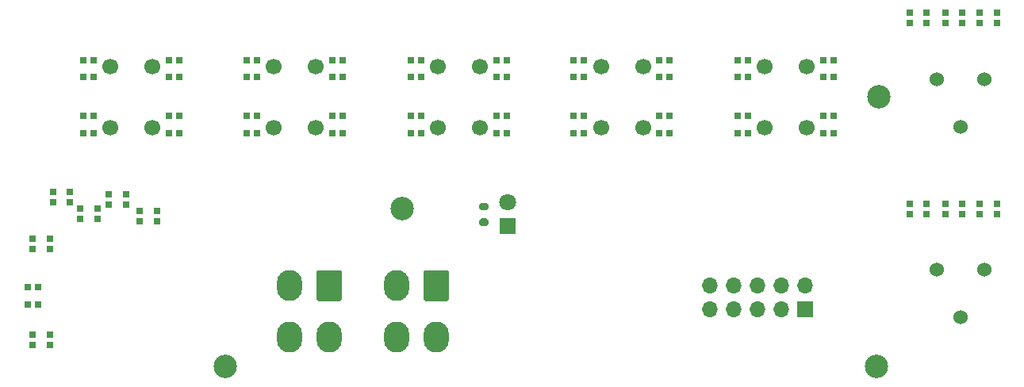
<source format=gbr>
G04 #@! TF.GenerationSoftware,KiCad,Pcbnew,(5.1.9)-1*
G04 #@! TF.CreationDate,2021-09-17T20:53:57-06:00*
G04 #@! TF.ProjectId,RWR_Control_Panel V2,5257525f-436f-46e7-9472-6f6c5f50616e,-*
G04 #@! TF.SameCoordinates,Original*
G04 #@! TF.FileFunction,Soldermask,Top*
G04 #@! TF.FilePolarity,Negative*
%FSLAX46Y46*%
G04 Gerber Fmt 4.6, Leading zero omitted, Abs format (unit mm)*
G04 Created by KiCad (PCBNEW (5.1.9)-1) date 2021-09-17 20:53:57*
%MOMM*%
%LPD*%
G01*
G04 APERTURE LIST*
%ADD10R,0.700000X0.700000*%
%ADD11C,1.700000*%
%ADD12C,1.524000*%
%ADD13O,1.700000X1.700000*%
%ADD14R,1.700000X1.700000*%
%ADD15O,2.700000X3.300000*%
%ADD16C,2.500000*%
%ADD17C,1.800000*%
%ADD18R,1.800000X1.800000*%
%ADD19C,0.100000*%
G04 APERTURE END LIST*
D10*
X223535608Y-103344084D03*
X223535608Y-104444084D03*
X221705608Y-104444084D03*
X221705608Y-103344084D03*
D11*
X206221280Y-95175535D03*
X206221280Y-88675535D03*
X210721280Y-95175535D03*
X210721280Y-88675535D03*
X188784181Y-95175535D03*
X188784181Y-88675535D03*
X193284181Y-95175535D03*
X193284181Y-88675535D03*
X175817482Y-88673135D03*
X175817482Y-95173135D03*
X171317482Y-88673135D03*
X171317482Y-95173135D03*
X158329581Y-88673135D03*
X158329581Y-95173135D03*
X153829581Y-88673135D03*
X153829581Y-95173135D03*
X140854381Y-88685835D03*
X140854381Y-95185835D03*
X136354381Y-88685835D03*
X136354381Y-95185835D03*
D12*
X229690881Y-110339335D03*
X227150881Y-115419335D03*
X224610881Y-110339335D03*
X229690881Y-90019335D03*
X227150881Y-95099335D03*
X224610881Y-90019335D03*
G36*
G01*
X175990608Y-104900561D02*
X176540608Y-104900561D01*
G75*
G02*
X176740608Y-105100561I0J-200000D01*
G01*
X176740608Y-105500561D01*
G75*
G02*
X176540608Y-105700561I-200000J0D01*
G01*
X175990608Y-105700561D01*
G75*
G02*
X175790608Y-105500561I0J200000D01*
G01*
X175790608Y-105100561D01*
G75*
G02*
X175990608Y-104900561I200000J0D01*
G01*
G37*
G36*
G01*
X175990608Y-103250561D02*
X176540608Y-103250561D01*
G75*
G02*
X176740608Y-103450561I0J-200000D01*
G01*
X176740608Y-103850561D01*
G75*
G02*
X176540608Y-104050561I-200000J0D01*
G01*
X175990608Y-104050561D01*
G75*
G02*
X175790608Y-103850561I0J200000D01*
G01*
X175790608Y-103450561D01*
G75*
G02*
X175990608Y-103250561I200000J0D01*
G01*
G37*
D13*
X200395608Y-112095561D03*
X200395608Y-114635561D03*
X202935608Y-112095561D03*
X202935608Y-114635561D03*
X205475608Y-112095561D03*
X205475608Y-114635561D03*
X208015608Y-112095561D03*
X208015608Y-114635561D03*
X210555608Y-112095561D03*
D14*
X210555608Y-114635561D03*
D15*
X166985608Y-117595561D03*
X171185608Y-117595561D03*
X166985608Y-112095561D03*
G36*
G01*
X172535608Y-110695562D02*
X172535608Y-113495560D01*
G75*
G02*
X172285607Y-113745561I-250001J0D01*
G01*
X170085609Y-113745561D01*
G75*
G02*
X169835608Y-113495560I0J250001D01*
G01*
X169835608Y-110695562D01*
G75*
G02*
X170085609Y-110445561I250001J0D01*
G01*
X172285607Y-110445561D01*
G75*
G02*
X172535608Y-110695562I0J-250001D01*
G01*
G37*
X155555608Y-117595561D03*
X159755608Y-117595561D03*
X155555608Y-112095561D03*
G36*
G01*
X161105608Y-110695562D02*
X161105608Y-113495560D01*
G75*
G02*
X160855607Y-113745561I-250001J0D01*
G01*
X158655609Y-113745561D01*
G75*
G02*
X158405608Y-113495560I0J250001D01*
G01*
X158405608Y-110695562D01*
G75*
G02*
X158655609Y-110445561I250001J0D01*
G01*
X160855607Y-110445561D01*
G75*
G02*
X161105608Y-110695562I0J-250001D01*
G01*
G37*
D16*
X218419631Y-91924335D03*
X148633132Y-120658084D03*
X218165630Y-120658084D03*
X167533132Y-103830585D03*
D10*
X227345608Y-103344084D03*
X227345608Y-104444084D03*
X225515608Y-104444084D03*
X225515608Y-103344084D03*
X231018630Y-103344084D03*
X231018630Y-104444084D03*
X229188630Y-104444084D03*
X229188630Y-103344084D03*
X229188630Y-83997084D03*
X229188630Y-82897084D03*
X231018630Y-82897084D03*
X231018630Y-83997084D03*
X225515608Y-83997084D03*
X225515608Y-82897084D03*
X227345608Y-82897084D03*
X227345608Y-83997084D03*
X221705608Y-83997084D03*
X221705608Y-82897084D03*
X223535608Y-82897084D03*
X223535608Y-83997084D03*
X212535630Y-93962084D03*
X213635630Y-93962084D03*
X213635630Y-95792084D03*
X212535630Y-95792084D03*
X212535630Y-87993084D03*
X213635630Y-87993084D03*
X213635630Y-89823084D03*
X212535630Y-89823084D03*
X204491630Y-89823084D03*
X203391630Y-89823084D03*
X203391630Y-87993084D03*
X204491630Y-87993084D03*
X204491630Y-95792084D03*
X203391630Y-95792084D03*
X203391630Y-93962084D03*
X204491630Y-93962084D03*
X195009630Y-93962084D03*
X196109630Y-93962084D03*
X196109630Y-95792084D03*
X195009630Y-95792084D03*
X195009630Y-87993084D03*
X196109630Y-87993084D03*
X196109630Y-89823084D03*
X195009630Y-89823084D03*
X186965630Y-89823084D03*
X185865630Y-89823084D03*
X185865630Y-87993084D03*
X186965630Y-87993084D03*
X186965630Y-95792084D03*
X185865630Y-95792084D03*
X185865630Y-93962084D03*
X186965630Y-93962084D03*
X177610630Y-93962084D03*
X178710630Y-93962084D03*
X178710630Y-95792084D03*
X177610630Y-95792084D03*
X177610630Y-87993084D03*
X178710630Y-87993084D03*
X178710630Y-89823084D03*
X177610630Y-89823084D03*
X169566630Y-89823084D03*
X168466630Y-89823084D03*
X168466630Y-87993084D03*
X169566630Y-87993084D03*
X169566630Y-95792084D03*
X168466630Y-95792084D03*
X168466630Y-93962084D03*
X169566630Y-93962084D03*
X160084630Y-93962084D03*
X161184630Y-93962084D03*
X161184630Y-95792084D03*
X160084630Y-95792084D03*
X160084630Y-87993084D03*
X161184630Y-87993084D03*
X161184630Y-89823084D03*
X160084630Y-89823084D03*
X152040630Y-89823084D03*
X150940630Y-89823084D03*
X150940630Y-87993084D03*
X152040630Y-87993084D03*
X152040630Y-95792084D03*
X150940630Y-95792084D03*
X150940630Y-93962084D03*
X152040630Y-93962084D03*
X142685630Y-93962084D03*
X143785630Y-93962084D03*
X143785630Y-95792084D03*
X142685630Y-95792084D03*
X142685630Y-87993084D03*
X143785630Y-87993084D03*
X143785630Y-89823084D03*
X142685630Y-89823084D03*
X134641630Y-89823084D03*
X133541630Y-89823084D03*
X133541630Y-87993084D03*
X134641630Y-87993084D03*
X134641630Y-95792084D03*
X133541630Y-95792084D03*
X133541630Y-93962084D03*
X134641630Y-93962084D03*
X139526630Y-105206084D03*
X139526630Y-104106084D03*
X141356630Y-104106084D03*
X141356630Y-105206084D03*
X136224630Y-103428084D03*
X136224630Y-102328084D03*
X138054630Y-102328084D03*
X138054630Y-103428084D03*
X133176630Y-104952084D03*
X133176630Y-103852084D03*
X135006630Y-103852084D03*
X135006630Y-104952084D03*
X130255630Y-103174084D03*
X130255630Y-102074084D03*
X132085630Y-102074084D03*
X132085630Y-103174084D03*
X129926630Y-107027084D03*
X129926630Y-108127084D03*
X128096630Y-108127084D03*
X128096630Y-107027084D03*
X128672630Y-114080084D03*
X127572630Y-114080084D03*
X127572630Y-112250084D03*
X128672630Y-112250084D03*
X129926630Y-117314084D03*
X129926630Y-118414084D03*
X128096630Y-118414084D03*
X128096630Y-117314084D03*
D17*
X178805608Y-103205561D03*
D18*
X178805608Y-105745561D03*
D19*
G36*
X172536773Y-113493934D02*
G01*
X172537608Y-113495560D01*
X172537608Y-113591273D01*
X172537598Y-113591469D01*
X172534159Y-113626393D01*
X172534083Y-113626778D01*
X172525688Y-113654450D01*
X172525538Y-113654812D01*
X172511899Y-113680328D01*
X172511681Y-113680654D01*
X172493334Y-113703010D01*
X172493057Y-113703287D01*
X172470701Y-113721634D01*
X172470375Y-113721852D01*
X172444859Y-113735491D01*
X172444497Y-113735641D01*
X172416825Y-113744036D01*
X172416440Y-113744112D01*
X172381516Y-113747551D01*
X172381320Y-113747561D01*
X172285607Y-113747561D01*
X172283875Y-113746561D01*
X172283875Y-113744561D01*
X172285411Y-113743571D01*
X172333985Y-113738787D01*
X172380509Y-113724674D01*
X172423384Y-113701757D01*
X172460963Y-113670916D01*
X172491804Y-113633337D01*
X172514721Y-113590462D01*
X172528834Y-113543938D01*
X172533618Y-113495364D01*
X172534783Y-113493738D01*
X172536773Y-113493934D01*
G37*
G36*
X169837598Y-113495364D02*
G01*
X169842382Y-113543938D01*
X169856495Y-113590462D01*
X169879412Y-113633337D01*
X169910253Y-113670916D01*
X169947832Y-113701757D01*
X169990707Y-113724674D01*
X170037231Y-113738787D01*
X170085805Y-113743571D01*
X170087431Y-113744736D01*
X170087235Y-113746726D01*
X170085609Y-113747561D01*
X169989896Y-113747561D01*
X169989700Y-113747551D01*
X169954776Y-113744112D01*
X169954391Y-113744036D01*
X169926719Y-113735641D01*
X169926357Y-113735491D01*
X169900841Y-113721852D01*
X169900515Y-113721634D01*
X169878159Y-113703287D01*
X169877882Y-113703010D01*
X169859535Y-113680654D01*
X169859317Y-113680328D01*
X169845678Y-113654812D01*
X169845528Y-113654450D01*
X169837133Y-113626778D01*
X169837057Y-113626393D01*
X169833618Y-113591469D01*
X169833608Y-113591273D01*
X169833608Y-113495560D01*
X169834608Y-113493828D01*
X169836608Y-113493828D01*
X169837598Y-113495364D01*
G37*
G36*
X161106773Y-113493934D02*
G01*
X161107608Y-113495560D01*
X161107608Y-113591273D01*
X161107598Y-113591469D01*
X161104159Y-113626393D01*
X161104083Y-113626778D01*
X161095688Y-113654450D01*
X161095538Y-113654812D01*
X161081899Y-113680328D01*
X161081681Y-113680654D01*
X161063334Y-113703010D01*
X161063057Y-113703287D01*
X161040701Y-113721634D01*
X161040375Y-113721852D01*
X161014859Y-113735491D01*
X161014497Y-113735641D01*
X160986825Y-113744036D01*
X160986440Y-113744112D01*
X160951516Y-113747551D01*
X160951320Y-113747561D01*
X160855607Y-113747561D01*
X160853875Y-113746561D01*
X160853875Y-113744561D01*
X160855411Y-113743571D01*
X160903985Y-113738787D01*
X160950509Y-113724674D01*
X160993384Y-113701757D01*
X161030963Y-113670916D01*
X161061804Y-113633337D01*
X161084721Y-113590462D01*
X161098834Y-113543938D01*
X161103618Y-113495364D01*
X161104783Y-113493738D01*
X161106773Y-113493934D01*
G37*
G36*
X158407598Y-113495364D02*
G01*
X158412382Y-113543938D01*
X158426495Y-113590462D01*
X158449412Y-113633337D01*
X158480253Y-113670916D01*
X158517832Y-113701757D01*
X158560707Y-113724674D01*
X158607231Y-113738787D01*
X158655805Y-113743571D01*
X158657431Y-113744736D01*
X158657235Y-113746726D01*
X158655609Y-113747561D01*
X158559896Y-113747561D01*
X158559700Y-113747551D01*
X158524776Y-113744112D01*
X158524391Y-113744036D01*
X158496719Y-113735641D01*
X158496357Y-113735491D01*
X158470841Y-113721852D01*
X158470515Y-113721634D01*
X158448159Y-113703287D01*
X158447882Y-113703010D01*
X158429535Y-113680654D01*
X158429317Y-113680328D01*
X158415678Y-113654812D01*
X158415528Y-113654450D01*
X158407133Y-113626778D01*
X158407057Y-113626393D01*
X158403618Y-113591469D01*
X158403608Y-113591273D01*
X158403608Y-113495560D01*
X158404608Y-113493828D01*
X158406608Y-113493828D01*
X158407598Y-113495364D01*
G37*
G36*
X158657341Y-110444561D02*
G01*
X158657341Y-110446561D01*
X158655805Y-110447551D01*
X158607231Y-110452335D01*
X158560707Y-110466448D01*
X158517832Y-110489365D01*
X158480253Y-110520206D01*
X158449412Y-110557785D01*
X158426495Y-110600660D01*
X158412382Y-110647184D01*
X158407598Y-110695758D01*
X158406433Y-110697384D01*
X158404443Y-110697188D01*
X158403608Y-110695562D01*
X158403608Y-110599849D01*
X158403618Y-110599653D01*
X158407057Y-110564729D01*
X158407133Y-110564344D01*
X158415528Y-110536672D01*
X158415678Y-110536310D01*
X158429317Y-110510794D01*
X158429535Y-110510468D01*
X158447882Y-110488112D01*
X158448159Y-110487835D01*
X158470515Y-110469488D01*
X158470841Y-110469270D01*
X158496357Y-110455631D01*
X158496719Y-110455481D01*
X158524391Y-110447086D01*
X158524776Y-110447010D01*
X158559700Y-110443571D01*
X158559896Y-110443561D01*
X158655609Y-110443561D01*
X158657341Y-110444561D01*
G37*
G36*
X170087341Y-110444561D02*
G01*
X170087341Y-110446561D01*
X170085805Y-110447551D01*
X170037231Y-110452335D01*
X169990707Y-110466448D01*
X169947832Y-110489365D01*
X169910253Y-110520206D01*
X169879412Y-110557785D01*
X169856495Y-110600660D01*
X169842382Y-110647184D01*
X169837598Y-110695758D01*
X169836433Y-110697384D01*
X169834443Y-110697188D01*
X169833608Y-110695562D01*
X169833608Y-110599849D01*
X169833618Y-110599653D01*
X169837057Y-110564729D01*
X169837133Y-110564344D01*
X169845528Y-110536672D01*
X169845678Y-110536310D01*
X169859317Y-110510794D01*
X169859535Y-110510468D01*
X169877882Y-110488112D01*
X169878159Y-110487835D01*
X169900515Y-110469488D01*
X169900841Y-110469270D01*
X169926357Y-110455631D01*
X169926719Y-110455481D01*
X169954391Y-110447086D01*
X169954776Y-110447010D01*
X169989700Y-110443571D01*
X169989896Y-110443561D01*
X170085609Y-110443561D01*
X170087341Y-110444561D01*
G37*
G36*
X160951516Y-110443571D02*
G01*
X160986440Y-110447010D01*
X160986825Y-110447086D01*
X161014497Y-110455481D01*
X161014859Y-110455631D01*
X161040375Y-110469270D01*
X161040701Y-110469488D01*
X161063057Y-110487835D01*
X161063334Y-110488112D01*
X161081681Y-110510468D01*
X161081899Y-110510794D01*
X161095538Y-110536310D01*
X161095688Y-110536672D01*
X161104083Y-110564344D01*
X161104159Y-110564729D01*
X161107598Y-110599653D01*
X161107608Y-110599849D01*
X161107608Y-110695562D01*
X161106608Y-110697294D01*
X161104608Y-110697294D01*
X161103618Y-110695758D01*
X161098834Y-110647184D01*
X161084721Y-110600660D01*
X161061804Y-110557785D01*
X161030963Y-110520206D01*
X160993384Y-110489365D01*
X160950509Y-110466448D01*
X160903985Y-110452335D01*
X160855411Y-110447551D01*
X160853785Y-110446386D01*
X160853981Y-110444396D01*
X160855607Y-110443561D01*
X160951320Y-110443561D01*
X160951516Y-110443571D01*
G37*
G36*
X172381516Y-110443571D02*
G01*
X172416440Y-110447010D01*
X172416825Y-110447086D01*
X172444497Y-110455481D01*
X172444859Y-110455631D01*
X172470375Y-110469270D01*
X172470701Y-110469488D01*
X172493057Y-110487835D01*
X172493334Y-110488112D01*
X172511681Y-110510468D01*
X172511899Y-110510794D01*
X172525538Y-110536310D01*
X172525688Y-110536672D01*
X172534083Y-110564344D01*
X172534159Y-110564729D01*
X172537598Y-110599653D01*
X172537608Y-110599849D01*
X172537608Y-110695562D01*
X172536608Y-110697294D01*
X172534608Y-110697294D01*
X172533618Y-110695758D01*
X172528834Y-110647184D01*
X172514721Y-110600660D01*
X172491804Y-110557785D01*
X172460963Y-110520206D01*
X172423384Y-110489365D01*
X172380509Y-110466448D01*
X172333985Y-110452335D01*
X172285411Y-110447551D01*
X172283785Y-110446386D01*
X172283981Y-110444396D01*
X172285607Y-110443561D01*
X172381320Y-110443561D01*
X172381516Y-110443571D01*
G37*
M02*

</source>
